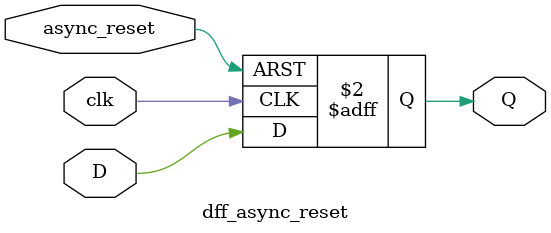
<source format=sv>
module dff_async_reset(
                       input  logic clk,
                       input  logic async_reset,
                       input  logic D,
                       output logic Q
                      );

always @ (posedge clk, posedge async_reset) begin
    if(async_reset)
        Q <= 1'b0;
    else
        Q <= D;
end

endmodule

</source>
